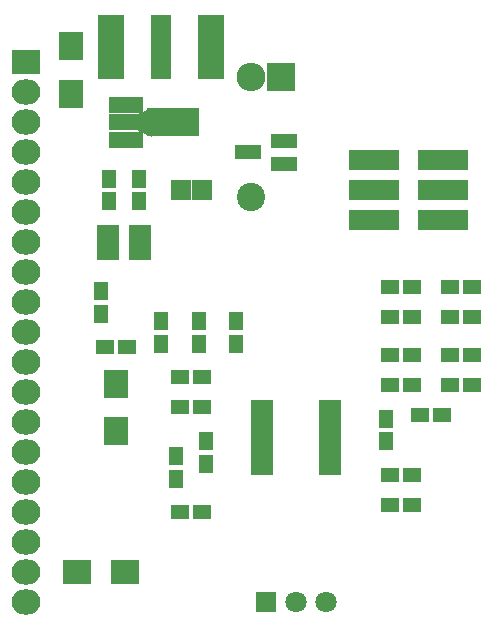
<source format=gts>
G04 #@! TF.FileFunction,Soldermask,Top*
%FSLAX46Y46*%
G04 Gerber Fmt 4.6, Leading zero omitted, Abs format (unit mm)*
G04 Created by KiCad (PCBNEW 4.0.4+e1-6308~48~ubuntu16.04.1-stable) date Mon Oct 24 16:38:44 2016*
%MOMM*%
%LPD*%
G01*
G04 APERTURE LIST*
%ADD10C,0.100000*%
%ADD11R,2.432000X2.127200*%
%ADD12O,2.432000X2.127200*%
%ADD13R,1.960000X1.050000*%
%ADD14R,2.000000X2.400000*%
%ADD15R,1.600000X1.150000*%
%ADD16R,1.150000X1.600000*%
%ADD17R,1.670000X1.670000*%
%ADD18R,2.432000X2.432000*%
%ADD19O,2.432000X2.432000*%
%ADD20R,1.797000X1.797000*%
%ADD21C,1.797000*%
%ADD22R,2.901900X1.400760*%
%ADD23R,4.400500X2.398980*%
%ADD24R,1.900000X0.800000*%
%ADD25C,2.400000*%
%ADD26R,2.178000X5.480000*%
%ADD27R,1.670000X5.480000*%
%ADD28R,2.200860X1.200100*%
%ADD29R,2.400000X2.000000*%
%ADD30R,4.210000X1.670000*%
G04 APERTURE END LIST*
D10*
D11*
X46990000Y-87630000D03*
D12*
X46990000Y-90170000D03*
X46990000Y-92710000D03*
X46990000Y-95250000D03*
X46990000Y-97790000D03*
X46990000Y-100330000D03*
X46990000Y-102870000D03*
X46990000Y-105410000D03*
X46990000Y-107950000D03*
X46990000Y-110490000D03*
X46990000Y-113030000D03*
X46990000Y-115570000D03*
X46990000Y-118110000D03*
X46990000Y-120650000D03*
X46990000Y-123190000D03*
X46990000Y-125730000D03*
X46990000Y-128270000D03*
X46990000Y-130810000D03*
X46990000Y-133350000D03*
D13*
X56595000Y-103820000D03*
X56595000Y-102870000D03*
X56595000Y-101920000D03*
X53895000Y-101920000D03*
X53895000Y-103820000D03*
X53895000Y-102870000D03*
D14*
X50800000Y-90265000D03*
X50800000Y-86265000D03*
D15*
X53660000Y-111760000D03*
X55560000Y-111760000D03*
D16*
X58420000Y-109540000D03*
X58420000Y-111440000D03*
X59690000Y-120970000D03*
X59690000Y-122870000D03*
X56515000Y-97475000D03*
X56515000Y-99375000D03*
X61595000Y-109540000D03*
X61595000Y-111440000D03*
X62230000Y-119700000D03*
X62230000Y-121600000D03*
X64770000Y-109540000D03*
X64770000Y-111440000D03*
D15*
X61910000Y-125730000D03*
X60010000Y-125730000D03*
X77790000Y-125095000D03*
X79690000Y-125095000D03*
X77790000Y-122555000D03*
X79690000Y-122555000D03*
D16*
X77470000Y-117795000D03*
X77470000Y-119695000D03*
D15*
X84770000Y-106680000D03*
X82870000Y-106680000D03*
X84770000Y-114935000D03*
X82870000Y-114935000D03*
D17*
X61849000Y-98425000D03*
X60071000Y-98425000D03*
D16*
X53340000Y-107000000D03*
X53340000Y-108900000D03*
D15*
X60010000Y-114300000D03*
X61910000Y-114300000D03*
X77790000Y-109220000D03*
X79690000Y-109220000D03*
X77790000Y-114935000D03*
X79690000Y-114935000D03*
X80330000Y-117475000D03*
X82230000Y-117475000D03*
D18*
X68580000Y-88900000D03*
D19*
X66040000Y-88900000D03*
D15*
X60010000Y-116840000D03*
X61910000Y-116840000D03*
D16*
X53975000Y-99375000D03*
X53975000Y-97475000D03*
D15*
X79690000Y-106680000D03*
X77790000Y-106680000D03*
X79690000Y-112395000D03*
X77790000Y-112395000D03*
X82870000Y-109220000D03*
X84770000Y-109220000D03*
X82870000Y-112395000D03*
X84770000Y-112395000D03*
D20*
X67310000Y-133350000D03*
D21*
X69850000Y-133350000D03*
X72390000Y-133350000D03*
D22*
X55432960Y-91208860D03*
X55432960Y-92710000D03*
X55432960Y-94211140D03*
D23*
X59385200Y-92710000D03*
D10*
G36*
X57610350Y-93910760D02*
X56461050Y-93410380D01*
X56461050Y-92009620D01*
X57610350Y-91509240D01*
X57610350Y-93910760D01*
X57610350Y-93910760D01*
G37*
D24*
X66950000Y-116522500D03*
X66950000Y-117157500D03*
X66950000Y-117792500D03*
X66950000Y-118427500D03*
X66950000Y-119062500D03*
X66950000Y-119697500D03*
X66950000Y-120332500D03*
X66950000Y-120967500D03*
X66950000Y-121602500D03*
X66950000Y-122237500D03*
X72750000Y-122237500D03*
X72750000Y-121602500D03*
X72750000Y-120967500D03*
X72750000Y-120332500D03*
X72750000Y-119697500D03*
X72750000Y-119062500D03*
X72750000Y-118427500D03*
X72750000Y-117792500D03*
X72750000Y-117157500D03*
X72750000Y-116522500D03*
D25*
X66040000Y-99060000D03*
D26*
X62674500Y-86360000D03*
X54165500Y-86360000D03*
D27*
X58420000Y-86360000D03*
D28*
X68811140Y-96200000D03*
X68811140Y-94300000D03*
X65808860Y-95250000D03*
D29*
X55340000Y-130810000D03*
X51340000Y-130810000D03*
D14*
X54610000Y-114840000D03*
X54610000Y-118840000D03*
D30*
X82296000Y-100965000D03*
X82296000Y-98425000D03*
X82296000Y-95885000D03*
X76454000Y-100965000D03*
X76454000Y-98425000D03*
X76454000Y-95885000D03*
M02*

</source>
